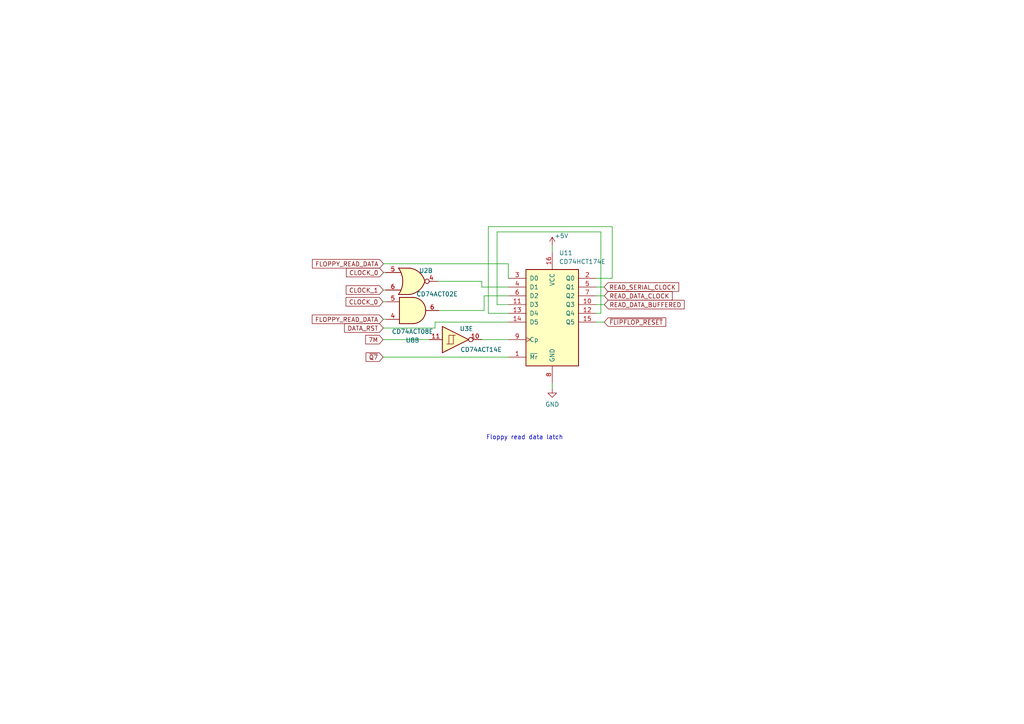
<source format=kicad_sch>
(kicad_sch (version 20230121) (generator eeschema)
  (paper "A4")
  (title_block (title "Weyoun") (rev "3"))
  (lib_symbols
    (symbol "74xx:74LS02" (pin_names (offset 1.016))
      (property "Reference" "U" (at 0 1.27 0))
      (property "Value" "74LS02" (at 0 -1.27 0))
      (symbol "74LS02_1_1"
        (arc (start -3.81 -3.81) (mid -2.589 0) (end -3.81 3.81) (stroke (width 0.254)))
        (arc (start -0.6096 -3.81) (mid 2.1842 -2.5851) (end 3.81 0) (stroke (width 0.254)) (fill (type background)))
        (polyline (pts (xy -3.81 -3.81) (xy -0.635 -3.81)) (stroke (width 0.254)) (fill (type background)))
        (polyline (pts (xy -3.81 3.81) (xy -0.635 3.81)) (stroke (width 0.254)) (fill (type background)))
        (polyline (pts (xy -0.635 3.81) (xy -3.81 3.81) (xy -3.81 3.81) (xy -3.556 3.4036) (xy -3.0226 2.2606) (xy -2.6924 1.0414) (xy -2.6162 -0.254) (xy -2.7686 -1.4986) (xy -3.175 -2.7178) (xy -3.81 -3.81) (xy -3.81 -3.81) (xy -0.635 -3.81)) (stroke (width -25.4)) (fill (type background)))
        (arc (start 3.81 0) (mid 2.1915 2.5936) (end -0.6096 3.81) (stroke (width 0.254)) (fill (type background)))
        (pin output inverted (at 7.62 0 180) (length 3.81) (name "~") (number "1"))
        (pin input line (at -7.62 2.54 0) (length 4.318) (name "~") (number "2"))
        (pin input line (at -7.62 -2.54 0) (length 4.318) (name "~") (number "3"))
      )
      (symbol "74LS02_1_2"
        (arc (start 0 -3.81) (mid 3.7934 0) (end 0 3.81) (stroke (width 0.254)) (fill (type background)))
        (polyline (pts (xy 0 3.81) (xy -3.81 3.81) (xy -3.81 -3.81) (xy 0 -3.81)) (stroke (width 0.254)) (fill (type background)))
        (pin output line (at 7.62 0 180) (length 3.81) (name "~") (number "1"))
        (pin input inverted (at -7.62 2.54 0) (length 3.81) (name "~") (number "2"))
        (pin input inverted (at -7.62 -2.54 0) (length 3.81) (name "~") (number "3"))
      )
      (symbol "74LS02_2_1"
        (arc (start -3.81 -3.81) (mid -2.589 0) (end -3.81 3.81) (stroke (width 0.254)))
        (arc (start -0.6096 -3.81) (mid 2.1842 -2.5851) (end 3.81 0) (stroke (width 0.254)) (fill (type background)))
        (polyline (pts (xy -3.81 -3.81) (xy -0.635 -3.81)) (stroke (width 0.254)) (fill (type background)))
        (polyline (pts (xy -3.81 3.81) (xy -0.635 3.81)) (stroke (width 0.254)) (fill (type background)))
        (polyline (pts (xy -0.635 3.81) (xy -3.81 3.81) (xy -3.81 3.81) (xy -3.556 3.4036) (xy -3.0226 2.2606) (xy -2.6924 1.0414) (xy -2.6162 -0.254) (xy -2.7686 -1.4986) (xy -3.175 -2.7178) (xy -3.81 -3.81) (xy -3.81 -3.81) (xy -0.635 -3.81)) (stroke (width -25.4)) (fill (type background)))
        (arc (start 3.81 0) (mid 2.1915 2.5936) (end -0.6096 3.81) (stroke (width 0.254)) (fill (type background)))
        (pin output inverted (at 7.62 0 180) (length 3.81) (name "~") (number "4"))
        (pin input line (at -7.62 2.54 0) (length 4.318) (name "~") (number "5"))
        (pin input line (at -7.62 -2.54 0) (length 4.318) (name "~") (number "6"))
      )
      (symbol "74LS02_2_2"
        (arc (start 0 -3.81) (mid 3.7934 0) (end 0 3.81) (stroke (width 0.254)) (fill (type background)))
        (polyline (pts (xy 0 3.81) (xy -3.81 3.81) (xy -3.81 -3.81) (xy 0 -3.81)) (stroke (width 0.254)) (fill (type background)))
        (pin output line (at 7.62 0 180) (length 3.81) (name "~") (number "4"))
        (pin input inverted (at -7.62 2.54 0) (length 3.81) (name "~") (number "5"))
        (pin input inverted (at -7.62 -2.54 0) (length 3.81) (name "~") (number "6"))
      )
      (symbol "74LS02_3_1"
        (arc (start -3.81 -3.81) (mid -2.589 0) (end -3.81 3.81) (stroke (width 0.254)))
        (arc (start -0.6096 -3.81) (mid 2.1842 -2.5851) (end 3.81 0) (stroke (width 0.254)) (fill (type background)))
        (polyline (pts (xy -3.81 -3.81) (xy -0.635 -3.81)) (stroke (width 0.254)) (fill (type background)))
        (polyline (pts (xy -3.81 3.81) (xy -0.635 3.81)) (stroke (width 0.254)) (fill (type background)))
        (polyline (pts (xy -0.635 3.81) (xy -3.81 3.81) (xy -3.81 3.81) (xy -3.556 3.4036) (xy -3.0226 2.2606) (xy -2.6924 1.0414) (xy -2.6162 -0.254) (xy -2.7686 -1.4986) (xy -3.175 -2.7178) (xy -3.81 -3.81) (xy -3.81 -3.81) (xy -0.635 -3.81)) (stroke (width -25.4)) (fill (type background)))
        (arc (start 3.81 0) (mid 2.1915 2.5936) (end -0.6096 3.81) (stroke (width 0.254)) (fill (type background)))
        (pin output inverted (at 7.62 0 180) (length 3.81) (name "~") (number "10"))
        (pin input line (at -7.62 2.54 0) (length 4.318) (name "~") (number "8"))
        (pin input line (at -7.62 -2.54 0) (length 4.318) (name "~") (number "9"))
      )
      (symbol "74LS02_3_2"
        (arc (start 0 -3.81) (mid 3.7934 0) (end 0 3.81) (stroke (width 0.254)) (fill (type background)))
        (polyline (pts (xy 0 3.81) (xy -3.81 3.81) (xy -3.81 -3.81) (xy 0 -3.81)) (stroke (width 0.254)) (fill (type background)))
        (pin output line (at 7.62 0 180) (length 3.81) (name "~") (number "10"))
        (pin input inverted (at -7.62 2.54 0) (length 3.81) (name "~") (number "8"))
        (pin input inverted (at -7.62 -2.54 0) (length 3.81) (name "~") (number "9"))
      )
      (symbol "74LS02_4_1"
        (arc (start -3.81 -3.81) (mid -2.589 0) (end -3.81 3.81) (stroke (width 0.254)))
        (arc (start -0.6096 -3.81) (mid 2.1842 -2.5851) (end 3.81 0) (stroke (width 0.254)) (fill (type background)))
        (polyline (pts (xy -3.81 -3.81) (xy -0.635 -3.81)) (stroke (width 0.254)) (fill (type background)))
        (polyline (pts (xy -3.81 3.81) (xy -0.635 3.81)) (stroke (width 0.254)) (fill (type background)))
        (polyline (pts (xy -0.635 3.81) (xy -3.81 3.81) (xy -3.81 3.81) (xy -3.556 3.4036) (xy -3.0226 2.2606) (xy -2.6924 1.0414) (xy -2.6162 -0.254) (xy -2.7686 -1.4986) (xy -3.175 -2.7178) (xy -3.81 -3.81) (xy -3.81 -3.81) (xy -0.635 -3.81)) (stroke (width -25.4)) (fill (type background)))
        (arc (start 3.81 0) (mid 2.1915 2.5936) (end -0.6096 3.81) (stroke (width 0.254)) (fill (type background)))
        (pin input line (at -7.62 2.54 0) (length 4.318) (name "~") (number "11"))
        (pin input line (at -7.62 -2.54 0) (length 4.318) (name "~") (number "12"))
        (pin output inverted (at 7.62 0 180) (length 3.81) (name "~") (number "13"))
      )
      (symbol "74LS02_4_2"
        (arc (start 0 -3.81) (mid 3.7934 0) (end 0 3.81) (stroke (width 0.254)) (fill (type background)))
        (polyline (pts (xy 0 3.81) (xy -3.81 3.81) (xy -3.81 -3.81) (xy 0 -3.81)) (stroke (width 0.254)) (fill (type background)))
        (pin input inverted (at -7.62 2.54 0) (length 3.81) (name "~") (number "11"))
        (pin input inverted (at -7.62 -2.54 0) (length 3.81) (name "~") (number "12"))
        (pin output line (at 7.62 0 180) (length 3.81) (name "~") (number "13"))
      )
      (symbol "74LS02_5_0"
        (pin power_in line (at 0 12.7 270) (length 5.08) (name "VCC") (number "14"))
        (pin power_in line (at 0 -12.7 90) (length 5.08) (name "GND") (number "7"))
      )
      (symbol "74LS02_5_1"
        (rectangle (start -5.08 7.62) (end 5.08 -7.62) (stroke (width 0.254)) (fill (type background)))
      )
    )
    (symbol "74xx:74LS08" (pin_names (offset 1.016))
      (property "Reference" "U" (at 0 1.27 0))
      (property "Value" "74LS08" (at 0 -1.27 0))
      (symbol "74LS08_1_1"
        (arc (start 0 -3.81) (mid 3.7934 0) (end 0 3.81) (stroke (width 0.254)) (fill (type background)))
        (polyline (pts (xy 0 3.81) (xy -3.81 3.81) (xy -3.81 -3.81) (xy 0 -3.81)) (stroke (width 0.254)) (fill (type background)))
        (pin input line (at -7.62 2.54 0) (length 3.81) (name "~") (number "1"))
        (pin input line (at -7.62 -2.54 0) (length 3.81) (name "~") (number "2"))
        (pin output line (at 7.62 0 180) (length 3.81) (name "~") (number "3"))
      )
      (symbol "74LS08_1_2"
        (arc (start -3.81 -3.81) (mid -2.589 0) (end -3.81 3.81) (stroke (width 0.254)))
        (arc (start -0.6096 -3.81) (mid 2.1842 -2.5851) (end 3.81 0) (stroke (width 0.254)) (fill (type background)))
        (polyline (pts (xy -3.81 -3.81) (xy -0.635 -3.81)) (stroke (width 0.254)) (fill (type background)))
        (polyline (pts (xy -3.81 3.81) (xy -0.635 3.81)) (stroke (width 0.254)) (fill (type background)))
        (polyline (pts (xy -0.635 3.81) (xy -3.81 3.81) (xy -3.81 3.81) (xy -3.556 3.4036) (xy -3.0226 2.2606) (xy -2.6924 1.0414) (xy -2.6162 -0.254) (xy -2.7686 -1.4986) (xy -3.175 -2.7178) (xy -3.81 -3.81) (xy -3.81 -3.81) (xy -0.635 -3.81)) (stroke (width -25.4)) (fill (type background)))
        (arc (start 3.81 0) (mid 2.1915 2.5936) (end -0.6096 3.81) (stroke (width 0.254)) (fill (type background)))
        (pin input inverted (at -7.62 2.54 0) (length 4.318) (name "~") (number "1"))
        (pin input inverted (at -7.62 -2.54 0) (length 4.318) (name "~") (number "2"))
        (pin output inverted (at 7.62 0 180) (length 3.81) (name "~") (number "3"))
      )
      (symbol "74LS08_2_1"
        (arc (start 0 -3.81) (mid 3.7934 0) (end 0 3.81) (stroke (width 0.254)) (fill (type background)))
        (polyline (pts (xy 0 3.81) (xy -3.81 3.81) (xy -3.81 -3.81) (xy 0 -3.81)) (stroke (width 0.254)) (fill (type background)))
        (pin input line (at -7.62 2.54 0) (length 3.81) (name "~") (number "4"))
        (pin input line (at -7.62 -2.54 0) (length 3.81) (name "~") (number "5"))
        (pin output line (at 7.62 0 180) (length 3.81) (name "~") (number "6"))
      )
      (symbol "74LS08_2_2"
        (arc (start -3.81 -3.81) (mid -2.589 0) (end -3.81 3.81) (stroke (width 0.254)))
        (arc (start -0.6096 -3.81) (mid 2.1842 -2.5851) (end 3.81 0) (stroke (width 0.254)) (fill (type background)))
        (polyline (pts (xy -3.81 -3.81) (xy -0.635 -3.81)) (stroke (width 0.254)) (fill (type background)))
        (polyline (pts (xy -3.81 3.81) (xy -0.635 3.81)) (stroke (width 0.254)) (fill (type background)))
        (polyline (pts (xy -0.635 3.81) (xy -3.81 3.81) (xy -3.81 3.81) (xy -3.556 3.4036) (xy -3.0226 2.2606) (xy -2.6924 1.0414) (xy -2.6162 -0.254) (xy -2.7686 -1.4986) (xy -3.175 -2.7178) (xy -3.81 -3.81) (xy -3.81 -3.81) (xy -0.635 -3.81)) (stroke (width -25.4)) (fill (type background)))
        (arc (start 3.81 0) (mid 2.1915 2.5936) (end -0.6096 3.81) (stroke (width 0.254)) (fill (type background)))
        (pin input inverted (at -7.62 2.54 0) (length 4.318) (name "~") (number "4"))
        (pin input inverted (at -7.62 -2.54 0) (length 4.318) (name "~") (number "5"))
        (pin output inverted (at 7.62 0 180) (length 3.81) (name "~") (number "6"))
      )
      (symbol "74LS08_3_1"
        (arc (start 0 -3.81) (mid 3.7934 0) (end 0 3.81) (stroke (width 0.254)) (fill (type background)))
        (polyline (pts (xy 0 3.81) (xy -3.81 3.81) (xy -3.81 -3.81) (xy 0 -3.81)) (stroke (width 0.254)) (fill (type background)))
        (pin input line (at -7.62 -2.54 0) (length 3.81) (name "~") (number "10"))
        (pin output line (at 7.62 0 180) (length 3.81) (name "~") (number "8"))
        (pin input line (at -7.62 2.54 0) (length 3.81) (name "~") (number "9"))
      )
      (symbol "74LS08_3_2"
        (arc (start -3.81 -3.81) (mid -2.589 0) (end -3.81 3.81) (stroke (width 0.254)))
        (arc (start -0.6096 -3.81) (mid 2.1842 -2.5851) (end 3.81 0) (stroke (width 0.254)) (fill (type background)))
        (polyline (pts (xy -3.81 -3.81) (xy -0.635 -3.81)) (stroke (width 0.254)) (fill (type background)))
        (polyline (pts (xy -3.81 3.81) (xy -0.635 3.81)) (stroke (width 0.254)) (fill (type background)))
        (polyline (pts (xy -0.635 3.81) (xy -3.81 3.81) (xy -3.81 3.81) (xy -3.556 3.4036) (xy -3.0226 2.2606) (xy -2.6924 1.0414) (xy -2.6162 -0.254) (xy -2.7686 -1.4986) (xy -3.175 -2.7178) (xy -3.81 -3.81) (xy -3.81 -3.81) (xy -0.635 -3.81)) (stroke (width -25.4)) (fill (type background)))
        (arc (start 3.81 0) (mid 2.1915 2.5936) (end -0.6096 3.81) (stroke (width 0.254)) (fill (type background)))
        (pin input inverted (at -7.62 -2.54 0) (length 4.318) (name "~") (number "10"))
        (pin output inverted (at 7.62 0 180) (length 3.81) (name "~") (number "8"))
        (pin input inverted (at -7.62 2.54 0) (length 4.318) (name "~") (number "9"))
      )
      (symbol "74LS08_4_1"
        (arc (start 0 -3.81) (mid 3.7934 0) (end 0 3.81) (stroke (width 0.254)) (fill (type background)))
        (polyline (pts (xy 0 3.81) (xy -3.81 3.81) (xy -3.81 -3.81) (xy 0 -3.81)) (stroke (width 0.254)) (fill (type background)))
        (pin output line (at 7.62 0 180) (length 3.81) (name "~") (number "11"))
        (pin input line (at -7.62 2.54 0) (length 3.81) (name "~") (number "12"))
        (pin input line (at -7.62 -2.54 0) (length 3.81) (name "~") (number "13"))
      )
      (symbol "74LS08_4_2"
        (arc (start -3.81 -3.81) (mid -2.589 0) (end -3.81 3.81) (stroke (width 0.254)))
        (arc (start -0.6096 -3.81) (mid 2.1842 -2.5851) (end 3.81 0) (stroke (width 0.254)) (fill (type background)))
        (polyline (pts (xy -3.81 -3.81) (xy -0.635 -3.81)) (stroke (width 0.254)) (fill (type background)))
        (polyline (pts (xy -3.81 3.81) (xy -0.635 3.81)) (stroke (width 0.254)) (fill (type background)))
        (polyline (pts (xy -0.635 3.81) (xy -3.81 3.81) (xy -3.81 3.81) (xy -3.556 3.4036) (xy -3.0226 2.2606) (xy -2.6924 1.0414) (xy -2.6162 -0.254) (xy -2.7686 -1.4986) (xy -3.175 -2.7178) (xy -3.81 -3.81) (xy -3.81 -3.81) (xy -0.635 -3.81)) (stroke (width -25.4)) (fill (type background)))
        (arc (start 3.81 0) (mid 2.1915 2.5936) (end -0.6096 3.81) (stroke (width 0.254)) (fill (type background)))
        (pin output inverted (at 7.62 0 180) (length 3.81) (name "~") (number "11"))
        (pin input inverted (at -7.62 2.54 0) (length 4.318) (name "~") (number "12"))
        (pin input inverted (at -7.62 -2.54 0) (length 4.318) (name "~") (number "13"))
      )
      (symbol "74LS08_5_0"
        (pin power_in line (at 0 12.7 270) (length 5.08) (name "VCC") (number "14"))
        (pin power_in line (at 0 -12.7 90) (length 5.08) (name "GND") (number "7"))
      )
      (symbol "74LS08_5_1"
        (rectangle (start -5.08 7.62) (end 5.08 -7.62) (stroke (width 0.254)) (fill (type background)))
      )
    )
    (symbol "74xx:74LS14" (pin_names (offset 1.016))
      (property "Reference" "U" (at 0 1.27 0))
      (property "Value" "74LS14" (at 0 -1.27 0))
      (symbol "74LS14_1_0"
        (polyline (pts (xy -3.81 3.81) (xy -3.81 -3.81) (xy 3.81 0) (xy -3.81 3.81)) (stroke (width 0.254)) (fill (type background)))
        (pin input line (at -7.62 0 0) (length 3.81) (name "~") (number "1"))
        (pin output inverted (at 7.62 0 180) (length 3.81) (name "~") (number "2"))
      )
      (symbol "74LS14_1_1"
        (polyline (pts (xy -1.905 -1.27) (xy -1.905 1.27) (xy -0.635 1.27)))
        (polyline (pts (xy -2.54 -1.27) (xy -0.635 -1.27) (xy -0.635 1.27) (xy 0 1.27)))
      )
      (symbol "74LS14_2_0"
        (polyline (pts (xy -3.81 3.81) (xy -3.81 -3.81) (xy 3.81 0) (xy -3.81 3.81)) (stroke (width 0.254)) (fill (type background)))
        (pin input line (at -7.62 0 0) (length 3.81) (name "~") (number "3"))
        (pin output inverted (at 7.62 0 180) (length 3.81) (name "~") (number "4"))
      )
      (symbol "74LS14_2_1"
        (polyline (pts (xy -1.905 -1.27) (xy -1.905 1.27) (xy -0.635 1.27)))
        (polyline (pts (xy -2.54 -1.27) (xy -0.635 -1.27) (xy -0.635 1.27) (xy 0 1.27)))
      )
      (symbol "74LS14_3_0"
        (polyline (pts (xy -3.81 3.81) (xy -3.81 -3.81) (xy 3.81 0) (xy -3.81 3.81)) (stroke (width 0.254)) (fill (type background)))
        (pin input line (at -7.62 0 0) (length 3.81) (name "~") (number "5"))
        (pin output inverted (at 7.62 0 180) (length 3.81) (name "~") (number "6"))
      )
      (symbol "74LS14_3_1"
        (polyline (pts (xy -1.905 -1.27) (xy -1.905 1.27) (xy -0.635 1.27)))
        (polyline (pts (xy -2.54 -1.27) (xy -0.635 -1.27) (xy -0.635 1.27) (xy 0 1.27)))
      )
      (symbol "74LS14_4_0"
        (polyline (pts (xy -3.81 3.81) (xy -3.81 -3.81) (xy 3.81 0) (xy -3.81 3.81)) (stroke (width 0.254)) (fill (type background)))
        (pin output inverted (at 7.62 0 180) (length 3.81) (name "~") (number "8"))
        (pin input line (at -7.62 0 0) (length 3.81) (name "~") (number "9"))
      )
      (symbol "74LS14_4_1"
        (polyline (pts (xy -1.905 -1.27) (xy -1.905 1.27) (xy -0.635 1.27)))
        (polyline (pts (xy -2.54 -1.27) (xy -0.635 -1.27) (xy -0.635 1.27) (xy 0 1.27)))
      )
      (symbol "74LS14_5_0"
        (polyline (pts (xy -3.81 3.81) (xy -3.81 -3.81) (xy 3.81 0) (xy -3.81 3.81)) (stroke (width 0.254)) (fill (type background)))
        (pin output inverted (at 7.62 0 180) (length 3.81) (name "~") (number "10"))
        (pin input line (at -7.62 0 0) (length 3.81) (name "~") (number "11"))
      )
      (symbol "74LS14_5_1"
        (polyline (pts (xy -1.905 -1.27) (xy -1.905 1.27) (xy -0.635 1.27)))
        (polyline (pts (xy -2.54 -1.27) (xy -0.635 -1.27) (xy -0.635 1.27) (xy 0 1.27)))
      )
      (symbol "74LS14_6_0"
        (polyline (pts (xy -3.81 3.81) (xy -3.81 -3.81) (xy 3.81 0) (xy -3.81 3.81)) (stroke (width 0.254)) (fill (type background)))
        (pin output inverted (at 7.62 0 180) (length 3.81) (name "~") (number "12"))
        (pin input line (at -7.62 0 0) (length 3.81) (name "~") (number "13"))
      )
      (symbol "74LS14_6_1"
        (polyline (pts (xy -1.905 -1.27) (xy -1.905 1.27) (xy -0.635 1.27)))
        (polyline (pts (xy -2.54 -1.27) (xy -0.635 -1.27) (xy -0.635 1.27) (xy 0 1.27)))
      )
      (symbol "74LS14_7_0"
        (pin power_in line (at 0 12.7 270) (length 5.08) (name "VCC") (number "14"))
        (pin power_in line (at 0 -12.7 90) (length 5.08) (name "GND") (number "7"))
      )
      (symbol "74LS14_7_1"
        (rectangle (start -5.08 7.62) (end 5.08 -7.62) (stroke (width 0.254)) (fill (type background)))
      )
    )
    (symbol "74xx:74LS174" (pin_names (offset 1.016))
      (property "Reference" "U" (at -7.62 13.97 0))
      (property "Value" "74LS174" (at -7.62 -16.51 0))
      (symbol "74LS174_1_0"
        (pin input line (at -12.7 -12.7 0) (length 5.08) (name "~{Mr}") (number "1"))
        (pin output line (at 12.7 2.54 180) (length 5.08) (name "Q3") (number "10"))
        (pin input line (at -12.7 2.54 0) (length 5.08) (name "D3") (number "11"))
        (pin output line (at 12.7 0 180) (length 5.08) (name "Q4") (number "12"))
        (pin input line (at -12.7 0 0) (length 5.08) (name "D4") (number "13"))
        (pin input line (at -12.7 -2.54 0) (length 5.08) (name "D5") (number "14"))
        (pin output line (at 12.7 -2.54 180) (length 5.08) (name "Q5") (number "15"))
        (pin power_in line (at 0 17.78 270) (length 5.08) (name "VCC") (number "16"))
        (pin output line (at 12.7 10.16 180) (length 5.08) (name "Q0") (number "2"))
        (pin input line (at -12.7 10.16 0) (length 5.08) (name "D0") (number "3"))
        (pin input line (at -12.7 7.62 0) (length 5.08) (name "D1") (number "4"))
        (pin output line (at 12.7 7.62 180) (length 5.08) (name "Q1") (number "5"))
        (pin input line (at -12.7 5.08 0) (length 5.08) (name "D2") (number "6"))
        (pin output line (at 12.7 5.08 180) (length 5.08) (name "Q2") (number "7"))
        (pin power_in line (at 0 -20.32 90) (length 5.08) (name "GND") (number "8"))
        (pin input clock (at -12.7 -7.62 0) (length 5.08) (name "Cp") (number "9"))
      )
      (symbol "74LS174_1_1"
        (rectangle (start -7.62 12.7) (end 7.62 -15.24) (stroke (width 0.254)) (fill (type background)))
      )
    )
    (symbol "power:+5V" (power) (pin_names (offset 0))
      (property "Value" "+5V" (at 0 3.556 0))
      (symbol "+5V_0_1"
        (polyline (pts (xy -0.762 1.27) (xy 0 2.54)))
        (polyline (pts (xy 0 0) (xy 0 2.54)))
        (polyline (pts (xy 0 2.54) (xy 0.762 1.27)))
      )
      (symbol "+5V_1_1"
        (pin power_in line (at 0 0 90) (length 0) hide (name "+5V") (number "1"))
      )
    )
    (symbol "power:GND" (power) (pin_names (offset 0))
      (property "Value" "GND" (at 0 -3.81 0))
      (symbol "GND_0_1"
        (polyline (pts (xy 0 0) (xy 0 -1.27) (xy 1.27 -1.27) (xy 0 -2.54) (xy -1.27 -1.27) (xy 0 -1.27)))
      )
      (symbol "GND_1_1"
        (pin power_in line (at 0 0 270) (length 0) hide (name "GND") (number "1"))
      )
    )
  )
  (wire (pts (xy 174.2694 90.8812) (xy 172.8724 90.8812)))
  (wire (pts (xy 126.1872 95.1484) (xy 126.1872 93.4212)))
  (wire (pts (xy 177.5714 80.7212) (xy 177.5714 65.7352)))
  (wire (pts (xy 111.125 87.5284) (xy 112.0394 87.5284)))
  (wire (pts (xy 147.4724 88.3412) (xy 144.1704 88.3412)))
  (wire (pts (xy 139.7508 81.5848) (xy 139.7508 83.2612)))
  (wire (pts (xy 111.1758 95.1484) (xy 126.1872 95.1484)))
  (wire (pts (xy 160.1724 71.3232) (xy 160.1724 73.1012)))
  (wire (pts (xy 141.6304 90.8812) (xy 147.4724 90.8812)))
  (wire (pts (xy 126.1872 93.4212) (xy 147.4724 93.4212)))
  (wire (pts (xy 140.4112 85.8012) (xy 147.4724 85.8012)))
  (wire (pts (xy 111.2266 79.0448) (xy 111.7854 79.0448)))
  (wire (pts (xy 127.2794 90.0684) (xy 140.4112 90.0684)))
  (wire (pts (xy 147.4216 76.5048) (xy 147.4216 80.7212)))
  (wire (pts (xy 140.4112 90.0684) (xy 140.4112 85.8012)))
  (wire (pts (xy 111.1758 92.6084) (xy 112.0394 92.6084)))
  (wire (pts (xy 160.1724 111.2012) (xy 160.1724 112.7252)))
  (wire (pts (xy 127.0254 81.5848) (xy 139.7508 81.5848)))
  (wire (pts (xy 144.1704 88.3412) (xy 144.1704 67.2592)))
  (wire (pts (xy 111.125 103.5812) (xy 147.4724 103.5812)))
  (wire (pts (xy 172.8724 85.8012) (xy 175.26 85.8012)))
  (wire (pts (xy 172.8724 83.2612) (xy 175.2092 83.2612)))
  (wire (pts (xy 172.8724 80.7212) (xy 177.5714 80.7212)))
  (wire (pts (xy 111.1758 84.1248) (xy 111.7854 84.1248)))
  (wire (pts (xy 139.7254 98.5012) (xy 147.4724 98.5012)))
  (wire (pts (xy 172.8724 93.4212) (xy 175.26 93.4212)))
  (wire (pts (xy 111.125 98.5012) (xy 124.4854 98.5012)))
  (wire (pts (xy 141.6304 65.7352) (xy 141.6304 90.8812)))
  (wire (pts (xy 147.4216 80.7212) (xy 147.4724 80.7212)))
  (wire (pts (xy 172.8724 88.3412) (xy 175.2854 88.3412)))
  (wire (pts (xy 139.7508 83.2612) (xy 147.4724 83.2612)))
  (wire (pts (xy 111.2266 76.5048) (xy 147.4216 76.5048)))
  (wire (pts (xy 174.2694 67.2592) (xy 174.2694 90.8812)))
  (wire (pts (xy 177.5714 65.7352) (xy 141.6304 65.7352)))
  (wire (pts (xy 144.1704 67.2592) (xy 174.2694 67.2592)))
  (text "Floppy read data latch" (at 140.97 127.7112 0) (effects (font (size 1.27 1.27)) (justify left bottom)))
  (global_label "CLOCK_0" (shape input) (at 111.125 87.5284 180) (property "Intersheetrefs" "${INTERSHEET_REFS}" (effects hide)))
  (global_label "FLOPPY_READ_DATA" (shape input) (at 111.2266 76.5048 180) (property "Intersheetrefs" "${INTERSHEET_REFS}" (effects hide)))
  (global_label "CLOCK_1" (shape input) (at 111.1758 84.1248 180) (property "Intersheetrefs" "${INTERSHEET_REFS}" (effects hide)))
  (global_label "7M" (shape input) (at 111.125 98.5012 180) (property "Intersheetrefs" "${INTERSHEET_REFS}" (effects hide)))
  (global_label "~{FLIPFLOP_RESET}" (shape input) (at 175.26 93.4212 0) (property "Intersheetrefs" "${INTERSHEET_REFS}" (effects hide)))
  (global_label "READ_DATA_BUFFERED" (shape input) (at 175.2854 88.3412 0) (property "Intersheetrefs" "${INTERSHEET_REFS}" (effects hide)))
  (global_label "~{Q7}" (shape input) (at 111.125 103.5812 180) (property "Intersheetrefs" "${INTERSHEET_REFS}" (effects hide)))
  (global_label "DATA_RST" (shape input) (at 111.1758 95.1484 180) (property "Intersheetrefs" "${INTERSHEET_REFS}" (effects hide)))
  (global_label "CLOCK_0" (shape input) (at 111.2266 79.0448 180) (property "Intersheetrefs" "${INTERSHEET_REFS}" (effects hide)))
  (global_label "FLOPPY_READ_DATA" (shape input) (at 111.1758 92.6084 180) (property "Intersheetrefs" "${INTERSHEET_REFS}" (effects hide)))
  (global_label "READ_DATA_CLOCK" (shape input) (at 175.26 85.8012 0) (property "Intersheetrefs" "${INTERSHEET_REFS}" (effects hide)))
  (global_label "READ_SERIAL_CLOCK" (shape input) (at 175.2092 83.2612 0) (property "Intersheetrefs" "${INTERSHEET_REFS}" (effects hide)))
  (symbol (lib_id "74xx:74LS14") (at 132.1054 98.5012 0) (unit 5)
    (property "Reference" "U3" (at 135.2804 95.3516 0))
    (property "Value" "CD74ACT14E" (at 139.5476 101.3968 0))
    (property "Footprint" "Package_DIP:DIP-14_W7.62mm" (effects hide))
    (property "Datasheet" "http://www.ti.com/lit/gpn/sn74LS14" (effects hide))
  )
  (symbol (lib_id "74xx:74LS174") (at 160.1724 90.8812 0) (unit 1)
    (property "Reference" "U11" (at 162.1283 73.3552 0) (effects (justify left)))
    (property "Value" "CD74HCT174E " (at 162.1283 75.8952 0) (effects (justify left)))
    (property "Footprint" "Package_DIP:DIP-16_W7.62mm" (effects hide))
    (property "Datasheet" "http://www.ti.com/lit/gpn/sn74LS174" (effects hide))
  )
  (symbol (lib_id "74xx:74LS08") (at 119.6594 90.0684 0) (mirror x) (unit 2)
    (property "Reference" "U8" (at 119.6511 98.7044 0))
    (property "Value" "CD74ACT08E" (at 119.6511 96.1644 0))
    (property "Footprint" "Package_DIP:DIP-14_W7.62mm" (effects hide))
    (property "Datasheet" "http://www.ti.com/lit/gpn/sn74LS08" (effects hide))
  )
  (symbol (lib_id "power:+5V") (at 160.1724 71.3232 0) (unit 1)
    (property "Reference" "#PWR034" (effects hide))
    (property "Value" "+5V" (at 162.8394 68.4022 0))
  )
  (symbol (lib_id "74xx:74LS02") (at 119.4054 81.5848 0) (unit 2)
    (property "Reference" "U2" (at 123.5202 78.486 0))
    (property "Value" "CD74ACT02E" (at 126.7714 85.2932 0))
    (property "Footprint" "Package_DIP:DIP-14_W7.62mm" (effects hide))
    (property "Datasheet" "http://www.ti.com/lit/gpn/sn74ls02" (effects hide))
  )
  (symbol (lib_id "power:GND") (at 160.1724 112.7252 0) (unit 1)
    (property "Reference" "#PWR054" (effects hide))
    (property "Value" "GND" (at 160.1724 117.2972 0))
  )
)
</source>
